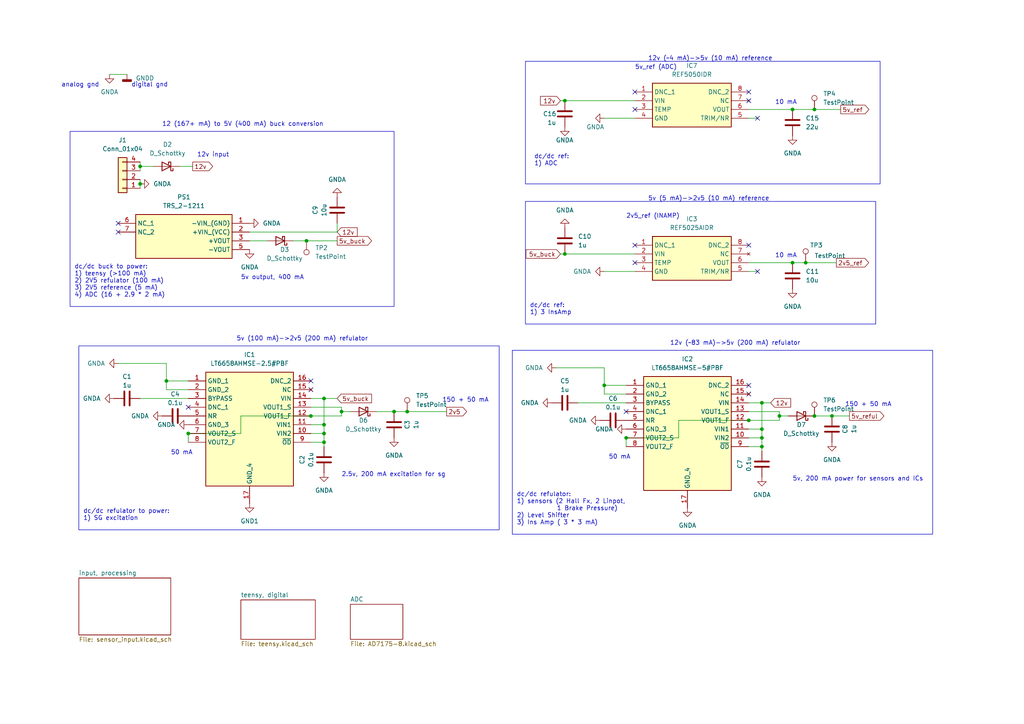
<source format=kicad_sch>
(kicad_sch (version 20230121) (generator eeschema)
  (paper "A4")
  (lib_symbols
    (symbol "21xt_symbols:LT6658AHMSE-2.5#PBF"
      (property "Reference" "IC" (at 31.75 7.62 0))
      (property "Value" "LT6658AHMSE-2.5#PBF" (at 31.75 5.08 0))
      (symbol "LT6658AHMSE-2.5#PBF_1_1"
        (rectangle (start 5.08 2.54) (end 30.48 -30.48) (stroke (width 0.254)) (fill (type background)))
        (pin passive line (at 0 0 0) (length 5.08) (name "GND_1") (number "1"))
        (pin passive line (at 35.56 -15.24 180) (length 5.08) (name "VIN2") (number "10"))
        (pin passive line (at 35.56 -12.7 180) (length 5.08) (name "VIN1") (number "11"))
        (pin passive line (at 35.56 -10.16 180) (length 5.08) (name "VOUT1_F") (number "12"))
        (pin passive line (at 35.56 -7.62 180) (length 5.08) (name "VOUT1_S") (number "13"))
        (pin passive line (at 35.56 -5.08 180) (length 5.08) (name "VIN") (number "14"))
        (pin no_connect line (at 35.56 -2.54 180) (length 5.08) (name "NC") (number "15"))
        (pin passive line (at 35.56 0 180) (length 5.08) (name "DNC_2") (number "16"))
        (pin passive line (at 17.78 -35.56 90) (length 5.08) (name "GND_4") (number "17"))
        (pin passive line (at 0 -2.54 0) (length 5.08) (name "GND_2") (number "2"))
        (pin passive line (at 0 -5.08 0) (length 5.08) (name "BYPASS") (number "3"))
        (pin passive line (at 0 -7.62 0) (length 5.08) (name "DNC_1") (number "4"))
        (pin passive line (at 0 -10.16 0) (length 5.08) (name "NR") (number "5"))
        (pin passive line (at 0 -12.7 0) (length 5.08) (name "GND_3") (number "6"))
        (pin passive line (at 0 -15.24 0) (length 5.08) (name "VOUT2_S") (number "7"))
        (pin passive line (at 0 -17.78 0) (length 5.08) (name "VOUT2_F") (number "8"))
        (pin passive line (at 35.56 -17.78 180) (length 5.08) (name "~{OD}") (number "9"))
      )
    )
    (symbol "21xt_symbols:LT6658AHMSE-5#PBF"
      (property "Reference" "IC" (at 31.75 7.62 0))
      (property "Value" "LT6658AHMSE-5#PBF" (at 31.75 5.08 0))
      (symbol "LT6658AHMSE-5#PBF_1_1"
        (rectangle (start 5.08 2.54) (end 30.48 -30.48) (stroke (width 0.254)) (fill (type background)))
        (pin passive line (at 0 0 0) (length 5.08) (name "GND_1") (number "1"))
        (pin passive line (at 35.56 -15.24 180) (length 5.08) (name "VIN2") (number "10"))
        (pin passive line (at 35.56 -12.7 180) (length 5.08) (name "VIN1") (number "11"))
        (pin passive line (at 35.56 -10.16 180) (length 5.08) (name "VOUT1_F") (number "12"))
        (pin passive line (at 35.56 -7.62 180) (length 5.08) (name "VOUT1_S") (number "13"))
        (pin passive line (at 35.56 -5.08 180) (length 5.08) (name "VIN") (number "14"))
        (pin no_connect line (at 35.56 -2.54 180) (length 5.08) (name "NC") (number "15"))
        (pin passive line (at 35.56 0 180) (length 5.08) (name "DNC_2") (number "16"))
        (pin passive line (at 17.78 -35.56 90) (length 5.08) (name "GND_4") (number "17"))
        (pin passive line (at 0 -2.54 0) (length 5.08) (name "GND_2") (number "2"))
        (pin passive line (at 0 -5.08 0) (length 5.08) (name "BYPASS") (number "3"))
        (pin passive line (at 0 -7.62 0) (length 5.08) (name "DNC_1") (number "4"))
        (pin passive line (at 0 -10.16 0) (length 5.08) (name "NR") (number "5"))
        (pin passive line (at 0 -12.7 0) (length 5.08) (name "GND_3") (number "6"))
        (pin passive line (at 0 -15.24 0) (length 5.08) (name "VOUT2_S") (number "7"))
        (pin passive line (at 0 -17.78 0) (length 5.08) (name "VOUT2_F") (number "8"))
        (pin passive line (at 35.56 -17.78 180) (length 5.08) (name "~{OD}") (number "9"))
      )
    )
    (symbol "21xt_symbols:REF5050IDR"
      (property "Reference" "IC" (at 29.21 7.62 0))
      (property "Value" "REF5050IDR" (at 29.21 5.08 0))
      (symbol "REF5050IDR_1_1"
        (rectangle (start 5.08 2.54) (end 27.94 -10.16) (stroke (width 0.254)) (fill (type background)))
        (pin passive line (at 0 0 0) (length 5.08) (name "DNC_1") (number "1"))
        (pin passive line (at 0 -2.54 0) (length 5.08) (name "VIN") (number "2"))
        (pin passive line (at 0 -5.08 0) (length 5.08) (name "TEMP") (number "3"))
        (pin passive line (at 0 -7.62 0) (length 5.08) (name "GND") (number "4"))
        (pin passive line (at 33.02 -7.62 180) (length 5.08) (name "TRIM/NR") (number "5"))
        (pin passive line (at 33.02 -5.08 180) (length 5.08) (name "VOUT") (number "6"))
        (pin no_connect line (at 33.02 -2.54 180) (length 5.08) (name "NC") (number "7"))
        (pin passive line (at 33.02 0 180) (length 5.08) (name "DNC_2") (number "8"))
      )
    )
    (symbol "21xt_symbols:TRS_2-1211"
      (property "Reference" "PS" (at 34.29 7.62 0))
      (property "Value" "TRS_2-1211" (at 34.29 5.08 0))
      (symbol "TRS_2-1211_1_1"
        (rectangle (start 5.08 2.54) (end 33.02 -10.16) (stroke (width 0.254)) (fill (type background)))
        (pin passive line (at 38.1 0 180) (length 5.08) (name "-VIN_(GND)") (number "1"))
        (pin passive line (at 38.1 -2.54 180) (length 5.08) (name "+VIN_(VCC)") (number "2"))
        (pin passive line (at 38.1 -5.08 180) (length 5.08) (name "+VOUT") (number "3"))
        (pin passive line (at 38.1 -7.62 180) (length 5.08) (name "-VOUT") (number "5"))
        (pin passive line (at 0 0 0) (length 5.08) (name "NC_1") (number "6"))
        (pin passive line (at 0 -2.54 0) (length 5.08) (name "NC_2") (number "7"))
      )
    )
    (symbol "Connector:TestPoint" (pin_numbers hide) (pin_names (offset 0.762) hide)
      (property "Reference" "TP" (at 0 6.858 0))
      (property "Value" "TestPoint" (at 0 5.08 0))
      (symbol "TestPoint_0_1"
        (circle (center 0 3.302) (radius 0.762))
      )
      (symbol "TestPoint_1_1"
        (pin passive line (at 0 0 90) (length 2.54) (name "1") (number "1"))
      )
    )
    (symbol "Connector_Generic:Conn_01x04" (pin_names (offset 1.016) hide)
      (property "Reference" "J" (at 0 5.08 0))
      (property "Value" "Conn_01x04" (at 0 -7.62 0))
      (symbol "Conn_01x04_1_1"
        (rectangle (start -1.27 -4.953) (end 0 -5.207) (stroke (width 0.1524)))
        (rectangle (start -1.27 -2.413) (end 0 -2.667) (stroke (width 0.1524)))
        (rectangle (start -1.27 0.127) (end 0 -0.127) (stroke (width 0.1524)))
        (rectangle (start -1.27 2.667) (end 0 2.413) (stroke (width 0.1524)))
        (rectangle (start -1.27 3.81) (end 1.27 -6.35) (stroke (width 0.254)) (fill (type background)))
        (pin passive line (at -5.08 2.54 0) (length 3.81) (name "Pin_1") (number "1"))
        (pin passive line (at -5.08 0 0) (length 3.81) (name "Pin_2") (number "2"))
        (pin passive line (at -5.08 -2.54 0) (length 3.81) (name "Pin_3") (number "3"))
        (pin passive line (at -5.08 -5.08 0) (length 3.81) (name "Pin_4") (number "4"))
      )
    )
    (symbol "Device:C" (pin_numbers hide) (pin_names (offset 0.254))
      (property "Reference" "C" (at 0.635 2.54 0))
      (property "Value" "C" (at 0.635 -2.54 0))
      (symbol "C_0_1"
        (polyline (pts (xy -2.032 -0.762) (xy 2.032 -0.762)) (stroke (width 0.508)))
        (polyline (pts (xy -2.032 0.762) (xy 2.032 0.762)) (stroke (width 0.508)))
      )
      (symbol "C_1_1"
        (pin passive line (at 0 3.81 270) (length 2.794) (name "~") (number "1"))
        (pin passive line (at 0 -3.81 90) (length 2.794) (name "~") (number "2"))
      )
    )
    (symbol "Device:D_Schottky" (pin_numbers hide) (pin_names (offset 1.016) hide)
      (property "Reference" "D" (at 0 2.54 0))
      (property "Value" "D_Schottky" (at 0 -2.54 0))
      (symbol "D_Schottky_0_1"
        (polyline (pts (xy 1.27 0) (xy -1.27 0)))
        (polyline (pts (xy 1.27 1.27) (xy 1.27 -1.27) (xy -1.27 0) (xy 1.27 1.27)) (stroke (width 0.254)))
        (polyline (pts (xy -1.905 0.635) (xy -1.905 1.27) (xy -1.27 1.27) (xy -1.27 -1.27) (xy -0.635 -1.27) (xy -0.635 -0.635)) (stroke (width 0.254)))
      )
      (symbol "D_Schottky_1_1"
        (pin passive line (at -3.81 0 0) (length 2.54) (name "K") (number "1"))
        (pin passive line (at 3.81 0 180) (length 2.54) (name "A") (number "2"))
      )
    )
    (symbol "power:GND1" (power) (pin_names (offset 0))
      (property "Value" "GND1" (at 0 -3.81 0))
      (symbol "GND1_0_1"
        (polyline (pts (xy 0 0) (xy 0 -1.27) (xy 1.27 -1.27) (xy 0 -2.54) (xy -1.27 -1.27) (xy 0 -1.27)))
      )
      (symbol "GND1_1_1"
        (pin power_in line (at 0 0 270) (length 0) hide (name "GND1") (number "1"))
      )
    )
    (symbol "power:GNDA" (power) (pin_names (offset 0))
      (property "Value" "GNDA" (at 0 -3.81 0))
      (symbol "GNDA_0_1"
        (polyline (pts (xy 0 0) (xy 0 -1.27) (xy 1.27 -1.27) (xy 0 -2.54) (xy -1.27 -1.27) (xy 0 -1.27)))
      )
      (symbol "GNDA_1_1"
        (pin power_in line (at 0 0 270) (length 0) hide (name "GNDA") (number "1"))
      )
    )
    (symbol "power:GNDD" (power) (pin_names (offset 0))
      (property "Value" "GNDD" (at 0 -3.175 0))
      (symbol "GNDD_0_1"
        (rectangle (start -1.27 -1.524) (end 1.27 -2.032) (stroke (width 0.254)) (fill (type outline)))
        (polyline (pts (xy 0 0) (xy 0 -1.524)))
      )
      (symbol "GNDD_1_1"
        (pin power_in line (at 0 0 270) (length 0) hide (name "GNDD") (number "1"))
      )
    )
  )
  (junction (at 226.06 120.65))
  (junction (at 54.61 125.73))
  (junction (at 236.22 31.75))
  (junction (at 48.26 110.49))
  (junction (at 241.3 120.65))
  (junction (at 229.87 31.75))
  (junction (at 90.17 120.65))
  (junction (at 220.98 124.46))
  (junction (at 233.68 76.2))
  (junction (at 93.98 125.73))
  (junction (at 93.98 115.57))
  (junction (at 88.9 69.85))
  (junction (at 220.98 129.54))
  (junction (at 40.64 53.34))
  (junction (at 220.98 127))
  (junction (at 220.98 116.84))
  (junction (at 163.83 73.66))
  (junction (at 114.3 119.38))
  (junction (at 163.83 29.21))
  (junction (at 93.98 128.27))
  (junction (at 175.26 111.76))
  (junction (at 217.17 121.92))
  (junction (at 236.22 120.65))
  (junction (at 99.06 119.38))
  (junction (at 93.98 123.19))
  (junction (at 118.11 119.38))
  (junction (at 181.61 127))
  (junction (at 229.87 76.2))
  (junction (at 40.64 48.26))
  (no_connect (at 34.29 67.31))
  (no_connect (at 184.15 71.12))
  (no_connect (at 184.15 31.75))
  (no_connect (at 181.61 119.38))
  (no_connect (at 184.15 76.2))
  (no_connect (at 184.15 26.67))
  (no_connect (at 219.71 78.74))
  (no_connect (at 217.17 29.21))
  (no_connect (at 34.29 64.77))
  (no_connect (at 217.17 71.12))
  (no_connect (at 90.17 110.49))
  (no_connect (at 219.71 34.29))
  (no_connect (at 217.17 26.67))
  (no_connect (at 217.17 114.3))
  (no_connect (at 54.61 118.11))
  (no_connect (at 90.17 113.03))
  (no_connect (at 217.17 111.76))
  (wire (pts (xy 48.26 113.03) (xy 48.26 110.49)))
  (wire (pts (xy 175.26 111.76) (xy 181.61 111.76)))
  (wire (pts (xy 90.17 125.73) (xy 93.98 125.73)))
  (wire (pts (xy 93.98 115.57) (xy 93.98 123.19)))
  (wire (pts (xy 162.56 29.21) (xy 163.83 29.21)))
  (wire (pts (xy 219.71 78.74) (xy 217.17 78.74)))
  (wire (pts (xy 226.06 120.65) (xy 228.6 120.65)))
  (wire (pts (xy 181.61 127) (xy 196.85 127)))
  (wire (pts (xy 163.83 73.66) (xy 184.15 73.66)))
  (wire (pts (xy 229.87 76.2) (xy 233.68 76.2)))
  (wire (pts (xy 54.61 125.73) (xy 54.61 128.27)))
  (wire (pts (xy 90.17 120.65) (xy 99.06 120.65)))
  (wire (pts (xy 72.39 69.85) (xy 77.47 69.85)))
  (wire (pts (xy 226.06 120.65) (xy 226.06 121.92)))
  (wire (pts (xy 175.26 106.68) (xy 175.26 111.76)))
  (wire (pts (xy 52.07 48.26) (xy 55.88 48.26)))
  (wire (pts (xy 233.68 76.2) (xy 242.57 76.2)))
  (wire (pts (xy 220.98 124.46) (xy 217.17 124.46)))
  (wire (pts (xy 99.06 119.38) (xy 99.06 120.65)))
  (wire (pts (xy 93.98 115.57) (xy 97.79 115.57)))
  (wire (pts (xy 196.85 127) (xy 196.85 121.92)))
  (wire (pts (xy 54.61 113.03) (xy 48.26 113.03)))
  (wire (pts (xy 236.22 120.65) (xy 241.3 120.65)))
  (wire (pts (xy 99.06 118.11) (xy 99.06 119.38)))
  (wire (pts (xy 40.64 115.57) (xy 54.61 115.57)))
  (wire (pts (xy 163.83 29.21) (xy 184.15 29.21)))
  (wire (pts (xy 220.98 130.81) (xy 220.98 129.54)))
  (wire (pts (xy 226.06 119.38) (xy 226.06 120.65)))
  (wire (pts (xy 40.64 52.07) (xy 40.64 53.34)))
  (wire (pts (xy 217.17 129.54) (xy 220.98 129.54)))
  (wire (pts (xy 90.17 118.11) (xy 99.06 118.11)))
  (wire (pts (xy 217.17 31.75) (xy 229.87 31.75)))
  (wire (pts (xy 236.22 31.75) (xy 243.84 31.75)))
  (wire (pts (xy 85.09 69.85) (xy 88.9 69.85)))
  (wire (pts (xy 175.26 114.3) (xy 175.26 111.76)))
  (wire (pts (xy 229.87 31.75) (xy 236.22 31.75)))
  (wire (pts (xy 167.64 116.84) (xy 181.61 116.84)))
  (wire (pts (xy 223.52 116.84) (xy 220.98 116.84)))
  (wire (pts (xy 217.17 121.92) (xy 226.06 121.92)))
  (wire (pts (xy 40.64 48.26) (xy 44.45 48.26)))
  (wire (pts (xy 118.11 119.38) (xy 129.54 119.38)))
  (wire (pts (xy 220.98 127) (xy 220.98 124.46)))
  (wire (pts (xy 72.39 67.31) (xy 97.79 67.31)))
  (wire (pts (xy 217.17 116.84) (xy 220.98 116.84)))
  (wire (pts (xy 90.17 115.57) (xy 93.98 115.57)))
  (wire (pts (xy 34.29 105.41) (xy 48.26 105.41)))
  (wire (pts (xy 109.22 119.38) (xy 114.3 119.38)))
  (wire (pts (xy 217.17 127) (xy 220.98 127)))
  (wire (pts (xy 175.26 78.74) (xy 184.15 78.74)))
  (wire (pts (xy 54.61 125.73) (xy 69.85 125.73)))
  (wire (pts (xy 48.26 110.49) (xy 54.61 110.49)))
  (wire (pts (xy 48.26 105.41) (xy 48.26 110.49)))
  (wire (pts (xy 40.64 46.99) (xy 40.64 48.26)))
  (wire (pts (xy 93.98 128.27) (xy 93.98 125.73)))
  (wire (pts (xy 88.9 69.85) (xy 97.79 69.85)))
  (wire (pts (xy 220.98 129.54) (xy 220.98 127)))
  (wire (pts (xy 97.79 64.77) (xy 97.79 67.31)))
  (wire (pts (xy 220.98 116.84) (xy 220.98 124.46)))
  (wire (pts (xy 196.85 121.92) (xy 217.17 121.92)))
  (wire (pts (xy 93.98 125.73) (xy 93.98 123.19)))
  (wire (pts (xy 114.3 119.38) (xy 118.11 119.38)))
  (wire (pts (xy 93.98 129.54) (xy 93.98 128.27)))
  (wire (pts (xy 161.29 106.68) (xy 175.26 106.68)))
  (wire (pts (xy 40.64 53.34) (xy 40.64 54.61)))
  (wire (pts (xy 241.3 120.65) (xy 246.38 120.65)))
  (wire (pts (xy 219.71 34.29) (xy 217.17 34.29)))
  (wire (pts (xy 99.06 119.38) (xy 101.6 119.38)))
  (wire (pts (xy 40.64 48.26) (xy 40.64 49.53)))
  (wire (pts (xy 181.61 127) (xy 181.61 129.54)))
  (wire (pts (xy 217.17 76.2) (xy 229.87 76.2)))
  (wire (pts (xy 93.98 123.19) (xy 90.17 123.19)))
  (wire (pts (xy 31.75 21.59) (xy 36.83 21.59)))
  (wire (pts (xy 217.17 119.38) (xy 226.06 119.38)))
  (wire (pts (xy 90.17 128.27) (xy 93.98 128.27)))
  (wire (pts (xy 69.85 120.65) (xy 90.17 120.65)))
  (wire (pts (xy 162.56 73.66) (xy 163.83 73.66)))
  (wire (pts (xy 69.85 125.73) (xy 69.85 120.65)))
  (wire (pts (xy 181.61 114.3) (xy 175.26 114.3)))
  (wire (pts (xy 175.26 34.29) (xy 184.15 34.29)))
  (rectangle (start 152.4 58.42) (end 254 93.98))
  (rectangle (start 148.59 101.6) (end 270.51 154.94))
  (rectangle (start 152.4 17.78) (end 255.27 53.34))
  (rectangle (start 20.32 38.1) (end 114.3 88.9))
  (rectangle (start 22.86 100.33) (end 144.78 153.67))
  (text "2.5v, 200 mA excitation for sg" (at 99.06 138.43 0) (effects (font (size 1.27 1.27)) (justify left bottom)))
  (text "150 + 50 mA" (at 128.27 116.84 0) (effects (font (size 1.27 1.27)) (justify left bottom)))
  (text "50 mA" (at 49.53 132.08 0) (effects (font (size 1.27 1.27)) (justify left bottom)))
  (text "dc/dc ref:\n1) 3 InsAmp\n" (at 153.67 91.44 0) (effects (font (size 1.27 1.27)) (justify left bottom)))
  (text "5v (5 mA)->2v5 (10 mA) reference" (at 187.96 58.42 0) (effects (font (size 1.27 1.27)) (justify left bottom)))
  (text "50 mA" (at 176.53 133.35 0) (effects (font (size 1.27 1.27)) (justify left bottom)))
  (text "10 mA" (at 224.79 74.93 0) (effects (font (size 1.27 1.27)) (justify left bottom)))
  (text "analog gnd" (at 17.78 25.4 0) (effects (font (size 1.27 1.27)) (justify left bottom)))
  (text "12 (167+ mA) to 5V (400 mA) buck conversion" (at 46.99 36.83 0) (effects (font (size 1.27 1.27)) (justify left bottom)))
  (text "5v_ref (ADC)" (at 184.15 20.32 0) (effects (font (size 1.27 1.27)) (justify left bottom)))
  (text "12v input" (at 57.15 45.72 0) (effects (font (size 1.27 1.27)) (justify left bottom)))
  (text "5v, 200 mA power for sensors and ICs" (at 229.87 139.7 0) (effects (font (size 1.27 1.27)) (justify left bottom)))
  (text "5v (100 mA)->2v5 (200 mA) refulator" (at 68.58 99.06 0) (effects (font (size 1.27 1.27)) (justify left bottom)))
  (text "dc/dc refulator:\n1) sensors (2 Hall Fx, 2 Linpot, \n            1 Brake Pressure)\n2) Level Shifter\n3) Ins Amp ( 3 * 3 mA)" (at 149.86 152.4 0) (effects (font (size 1.27 1.27)) (justify left bottom)))
  (text "2v5_ref (INAMP)" (at 181.61 63.5 0) (effects (font (size 1.27 1.27)) (justify left bottom)))
  (text "12v (~83 mA)->5v (200 mA) refulator" (at 194.31 100.33 0) (effects (font (size 1.27 1.27)) (justify left bottom)))
  (text "digital gnd" (at 38.1 25.4 0) (effects (font (size 1.27 1.27)) (justify left bottom)))
  (text "dc/dc ref:\n1) ADC" (at 154.94 48.26 0) (effects (font (size 1.27 1.27)) (justify left bottom)))
  (text "dc/dc buck to power:\n1) teensy (>100 mA)\n2) 2V5 refulator (100 mA)\n3) 2V5 reference (5 mA)\n4) ADC (16 + 2.9 * 2 mA)" (at 21.59 86.36 0) (effects (font (size 1.27 1.27)) (justify left bottom)))
  (text "10 mA" (at 224.79 30.48 0) (effects (font (size 1.27 1.27)) (justify left bottom)))
  (text "5v output, 400 mA" (at 69.85 81.28 0) (effects (font (size 1.27 1.27)) (justify left bottom)))
  (text "150 + 50 mA" (at 245.11 118.11 0) (effects (font (size 1.27 1.27)) (justify left bottom)))
  (text "12v (~4 mA)->5v (10 mA) reference" (at 187.96 17.78 0) (effects (font (size 1.27 1.27)) (justify left bottom)))
  (text "dc/dc refulator to power:\n1) SG excitation" (at 24.13 151.13 0) (effects (font (size 1.27 1.27)) (justify left bottom)))
  (global_label "2v5" (shape output) (at 129.54 119.38 0) (property "Intersheetrefs" "${INTERSHEET_REFS}" (effects hide)))
  (global_label "12v" (shape input) (at 162.56 29.21 180) (property "Intersheetrefs" "${INTERSHEET_REFS}" (effects hide)))
  (global_label "2v5_ref" (shape output) (at 242.57 76.2 0) (property "Intersheetrefs" "${INTERSHEET_REFS}" (effects hide)))
  (global_label "5v_buck" (shape input) (at 162.56 73.66 180) (property "Intersheetrefs" "${INTERSHEET_REFS}" (effects hide)))
  (global_label "12v" (shape output) (at 55.88 48.26 0) (property "Intersheetrefs" "${INTERSHEET_REFS}" (effects hide)))
  (global_label "12v" (shape input) (at 97.79 67.31 0) (property "Intersheetrefs" "${INTERSHEET_REFS}" (effects hide)))
  (global_label "5v_buck" (shape output) (at 97.79 69.85 0) (property "Intersheetrefs" "${INTERSHEET_REFS}" (effects hide)))
  (global_label "12v" (shape input) (at 223.52 116.84 0) (property "Intersheetrefs" "${INTERSHEET_REFS}" (effects hide)))
  (global_label "5v_ref" (shape output) (at 243.84 31.75 0) (property "Intersheetrefs" "${INTERSHEET_REFS}" (effects hide)))
  (global_label "5v_reful" (shape output) (at 246.38 120.65 0) (property "Intersheetrefs" "${INTERSHEET_REFS}" (effects hide)))
  (global_label "5v_buck" (shape input) (at 97.79 115.57 0) (property "Intersheetrefs" "${INTERSHEET_REFS}" (effects hide)))
  (symbol (lib_id "power:GNDA") (at 97.79 57.15 180) (unit 1)
    (property "Reference" "#PWR017" (effects hide))
    (property "Value" "GNDA" (at 97.79 52.07 0))
  )
  (symbol (lib_id "Device:C") (at 229.87 35.56 0) (unit 1)
    (property "Reference" "C15" (at 233.68 34.29 0) (effects (justify left)))
    (property "Value" "22u" (at 233.68 36.83 0) (effects (justify left)))
    (property "Footprint" "Capacitor_SMD:C_0603_1608Metric" (effects hide))
  )
  (symbol (lib_id "21xt_symbols:REF5050IDR") (at 184.15 71.12 0) (unit 1)
    (property "Reference" "IC3" (at 200.66 63.5 0))
    (property "Value" "REF5025AIDR" (at 200.66 66.04 0))
    (property "Footprint" "21xt_footprints:SOIC127P599X175-8N" (effects hide))
    (property "Datasheet" "http://www.ti.com/lit/gpn/ref5050" (effects hide))
    (property "Height" "1.75" (effects hide))
    (property "Mouser Part Number" "595-REF5050IDR" (effects hide))
    (property "Mouser Price/Stock" "https://www.mouser.co.uk/ProductDetail/Texas-Instruments/REF5050IDR?qs=xL7PkI2RoJ6ioxG%2FxfIGUw%3D%3D" (effects hide))
    (property "Manufacturer_Name" "Texas Instruments" (effects hide))
    (property "Manufacturer_Part_Number" "REF5050IDR" (effects hide))
  )
  (symbol (lib_id "Device:D_Schottky") (at 81.28 69.85 180) (unit 1)
    (property "Reference" "D3" (at 82.55 72.39 0))
    (property "Value" "D_Schottky" (at 82.55 74.93 0))
    (property "Footprint" "Diode_SMD:D_0603_1608Metric" (effects hide))
  )
  (symbol (lib_id "Device:C") (at 220.98 134.62 180) (unit 1)
    (property "Reference" "C7" (at 214.63 134.62 90))
    (property "Value" "0.1u" (at 217.17 134.62 90))
    (property "Footprint" "Capacitor_SMD:C_0603_1608Metric" (effects hide))
  )
  (symbol (lib_id "Device:C") (at 163.83 69.85 180) (unit 1)
    (property "Reference" "C10" (at 167.64 68.58 0) (effects (justify right)))
    (property "Value" "1u" (at 167.64 71.12 0) (effects (justify right)))
    (property "Footprint" "Capacitor_SMD:C_0603_1608Metric" (effects hide))
  )
  (symbol (lib_id "power:GNDA") (at 114.3 127 0) (unit 1)
    (property "Reference" "#PWR018" (effects hide))
    (property "Value" "GNDA" (at 114.3 132.08 0))
  )
  (symbol (lib_id "power:GNDA") (at 229.87 39.37 0) (unit 1)
    (property "Reference" "#PWR024" (effects hide))
    (property "Value" "GNDA" (at 229.87 44.45 0))
  )
  (symbol (lib_id "power:GNDA") (at 163.83 36.83 0) (unit 1)
    (property "Reference" "#PWR026" (effects hide))
    (property "Value" "GNDA" (at 166.37 40.64 0) (effects (justify right)))
  )
  (symbol (lib_id "21xt_symbols:REF5050IDR") (at 184.15 26.67 0) (unit 1)
    (property "Reference" "IC7" (at 200.66 19.05 0))
    (property "Value" "REF5050IDR" (at 200.66 21.59 0))
    (property "Footprint" "21xt_footprints:SOIC127P599X175-8N" (effects hide))
    (property "Datasheet" "http://www.ti.com/lit/gpn/ref5050" (effects hide))
    (property "Height" "1.75" (effects hide))
    (property "Mouser Part Number" "595-REF5050IDR" (effects hide))
    (property "Mouser Price/Stock" "https://www.mouser.co.uk/ProductDetail/Texas-Instruments/REF5050IDR?qs=xL7PkI2RoJ6ioxG%2FxfIGUw%3D%3D" (effects hide))
    (property "Manufacturer_Name" "Texas Instruments" (effects hide))
    (property "Manufacturer_Part_Number" "REF5050IDR" (effects hide))
  )
  (symbol (lib_id "power:GNDA") (at 220.98 138.43 0) (unit 1)
    (property "Reference" "#PWR061" (effects hide))
    (property "Value" "GNDA" (at 220.98 143.51 0))
  )
  (symbol (lib_id "Device:D_Schottky") (at 48.26 48.26 180) (unit 1)
    (property "Reference" "D2" (at 48.5775 41.91 0))
    (property "Value" "D_Schottky" (at 48.5775 44.45 0))
    (property "Footprint" "Diode_SMD:D_1206_3216Metric" (effects hide))
  )
  (symbol (lib_id "Device:C") (at 229.87 80.01 0) (unit 1)
    (property "Reference" "C11" (at 233.68 78.74 0) (effects (justify left)))
    (property "Value" "10u" (at 233.68 81.28 0) (effects (justify left)))
    (property "Footprint" "Capacitor_SMD:C_0603_1608Metric" (effects hide))
  )
  (symbol (lib_id "Device:C") (at 241.3 124.46 180) (unit 1)
    (property "Reference" "C8" (at 245.11 124.46 90))
    (property "Value" "1u" (at 247.65 124.46 90))
    (property "Footprint" "Capacitor_SMD:C_0603_1608Metric" (effects hide))
  )
  (symbol (lib_id "Device:D_Schottky") (at 232.41 120.65 180) (unit 1)
    (property "Reference" "D7" (at 232.41 123.19 0))
    (property "Value" "D_Schottky" (at 232.41 125.73 0))
    (property "Footprint" "Diode_SMD:D_0603_1608Metric" (effects hide))
  )
  (symbol (lib_id "Device:C") (at 177.8 121.92 90) (unit 1)
    (property "Reference" "C6" (at 177.8 115.57 90))
    (property "Value" "0.1u" (at 177.8 118.11 90))
    (property "Footprint" "Capacitor_SMD:C_0603_1608Metric" (effects hide))
  )
  (symbol (lib_id "power:GNDA") (at 175.26 78.74 270) (unit 1)
    (property "Reference" "#PWR020" (effects hide))
    (property "Value" "GNDA" (at 171.45 78.74 90) (effects (justify right)))
  )
  (symbol (lib_id "Connector:TestPoint") (at 88.9 69.85 180) (unit 1)
    (property "Reference" "TP2" (at 91.44 71.882 0) (effects (justify right)))
    (property "Value" "TestPoint" (at 91.44 74.422 0) (effects (justify right)))
    (property "Footprint" "TestPoint:TestPoint_Pad_2.0x2.0mm" (effects hide))
  )
  (symbol (lib_id "power:GND1") (at 72.39 146.05 0) (unit 1)
    (property "Reference" "#PWR08" (effects hide))
    (property "Value" "GND1" (at 72.39 151.13 0))
  )
  (symbol (lib_id "Device:C") (at 36.83 115.57 90) (unit 1)
    (property "Reference" "C1" (at 36.83 109.22 90))
    (property "Value" "1u" (at 36.83 111.76 90))
    (property "Footprint" "Capacitor_SMD:C_0603_1608Metric" (effects hide))
  )
  (symbol (lib_id "Device:D_Schottky") (at 105.41 119.38 180) (unit 1)
    (property "Reference" "D6" (at 105.41 121.92 0))
    (property "Value" "D_Schottky" (at 105.41 124.46 0))
    (property "Footprint" "Diode_SMD:D_0603_1608Metric" (effects hide))
  )
  (symbol (lib_id "Connector_Generic:Conn_01x04") (at 35.56 52.07 180) (unit 1)
    (property "Reference" "J1" (at 35.56 40.64 0))
    (property "Value" "Conn_01x04" (at 35.56 43.18 0))
    (property "Footprint" "Connector_JST:JST_EH_B4B-EH-A_1x04_P2.50mm_Vertical" (effects hide))
  )
  (symbol (lib_id "power:GNDA") (at 93.98 137.16 0) (unit 1)
    (property "Reference" "#PWR09" (effects hide))
    (property "Value" "GNDA" (at 93.98 142.24 0))
  )
  (symbol (lib_id "Device:C") (at 93.98 133.35 180) (unit 1)
    (property "Reference" "C2" (at 87.63 133.35 90))
    (property "Value" "0.1u" (at 90.17 133.35 90))
    (property "Footprint" "Capacitor_SMD:C_0603_1608Metric" (effects hide))
  )
  (symbol (lib_id "21xt_symbols:TRS_2-1211") (at 34.29 64.77 0) (unit 1)
    (property "Reference" "PS1" (at 53.34 57.15 0))
    (property "Value" "TRS_2-1211" (at 53.34 59.69 0))
    (property "Footprint" "21xt_footprints:CONV_TRS_2-2419" (effects hide))
    (property "Datasheet" "https://tracopower.com/trs2-datasheet/" (effects hide))
    (property "Height" "8" (effects hide))
    (property "Mouser Part Number" "495-TRS2-1211" (effects hide))
    (property "Mouser Price/Stock" "https://www.mouser.co.uk/ProductDetail/TRACO-Power/TRS-2-1211?qs=wUXugUrL1qziI%252BEzex2I6g%3D%3D" (effects hide))
    (property "Manufacturer_Name" "Traco Power" (effects hide))
    (property "Manufacturer_Part_Number" "TRS 2-1211" (effects hide))
  )
  (symbol (lib_id "power:GNDA") (at 72.39 64.77 90) (unit 1)
    (property "Reference" "#PWR01" (effects hide))
    (property "Value" "GNDA" (at 76.2 64.77 90) (effects (justify right)))
  )
  (symbol (lib_id "power:GNDA") (at 72.39 72.39 0) (unit 1)
    (property "Reference" "#PWR02" (effects hide))
    (property "Value" "GNDA" (at 72.39 77.47 0))
  )
  (symbol (lib_id "Device:C") (at 97.79 60.96 180) (unit 1)
    (property "Reference" "C9" (at 91.44 60.96 90))
    (property "Value" "10u" (at 93.98 60.96 90))
    (property "Footprint" "Capacitor_SMD:C_1206_3216Metric" (effects hide))
  )
  (symbol (lib_id "power:GNDA") (at 181.61 124.46 270) (unit 1)
    (property "Reference" "#PWR055" (effects hide))
    (property "Value" "GNDA" (at 177.8 124.46 90) (effects (justify right)))
  )
  (symbol (lib_id "power:GNDA") (at 54.61 123.19 270) (unit 1)
    (property "Reference" "#PWR06" (effects hide))
    (property "Value" "GNDA" (at 50.8 123.19 90) (effects (justify right)))
  )
  (symbol (lib_id "power:GNDA") (at 160.02 116.84 270) (unit 1)
    (property "Reference" "#PWR049" (effects hide))
    (property "Value" "GNDA" (at 156.21 116.84 90) (effects (justify right)))
  )
  (symbol (lib_id "Device:C") (at 163.83 116.84 90) (unit 1)
    (property "Reference" "C5" (at 163.83 110.49 90))
    (property "Value" "1u" (at 163.83 113.03 90))
    (property "Footprint" "Capacitor_SMD:C_0603_1608Metric" (effects hide))
  )
  (symbol (lib_id "power:GNDA") (at 175.26 34.29 270) (unit 1)
    (property "Reference" "#PWR027" (effects hide))
    (property "Value" "GNDA" (at 175.26 36.83 90) (effects (justify right)))
  )
  (symbol (lib_id "power:GNDA") (at 46.99 120.65 270) (unit 1)
    (property "Reference" "#PWR05" (effects hide))
    (property "Value" "GNDA" (at 43.18 120.65 90) (effects (justify right)))
  )
  (symbol (lib_id "Device:C") (at 163.83 33.02 0) (unit 1)
    (property "Reference" "C16" (at 157.48 33.02 0) (effects (justify left)))
    (property "Value" "1u" (at 158.75 35.56 0) (effects (justify left)))
    (property "Footprint" "Capacitor_SMD:C_0603_1608Metric" (effects hide))
  )
  (symbol (lib_id "power:GNDA") (at 34.29 105.41 270) (unit 1)
    (property "Reference" "#PWR04" (effects hide))
    (property "Value" "GNDA" (at 30.48 105.41 90) (effects (justify right)))
  )
  (symbol (lib_id "power:GNDA") (at 199.39 147.32 0) (unit 1)
    (property "Reference" "#PWR058" (effects hide))
    (property "Value" "GNDA" (at 199.39 152.4 0))
  )
  (symbol (lib_id "power:GNDD") (at 36.83 21.59 0) (unit 1)
    (property "Reference" "#PWR045" (effects hide))
    (property "Value" "GNDD" (at 39.37 22.6695 0) (effects (justify left)))
  )
  (symbol (lib_id "power:GNDA") (at 241.3 128.27 0) (unit 1)
    (property "Reference" "#PWR062" (effects hide))
    (property "Value" "GNDA" (at 241.3 133.35 0))
  )
  (symbol (lib_id "Connector:TestPoint") (at 236.22 120.65 0) (unit 1)
    (property "Reference" "TP6" (at 238.76 116.078 0) (effects (justify left)))
    (property "Value" "TestPoint" (at 238.76 118.618 0) (effects (justify left)))
    (property "Footprint" "TestPoint:TestPoint_Pad_2.0x2.0mm" (effects hide))
  )
  (symbol (lib_id "power:GNDA") (at 161.29 106.68 270) (unit 1)
    (property "Reference" "#PWR048" (effects hide))
    (property "Value" "GNDA" (at 157.48 106.68 90) (effects (justify right)))
  )
  (symbol (lib_id "Device:C") (at 114.3 123.19 180) (unit 1)
    (property "Reference" "C3" (at 118.11 123.19 90))
    (property "Value" "1u" (at 120.65 123.19 90))
    (property "Footprint" "Capacitor_SMD:C_0603_1608Metric" (effects hide))
  )
  (symbol (lib_id "power:GNDA") (at 163.83 66.04 180) (unit 1)
    (property "Reference" "#PWR016" (effects hide))
    (property "Value" "GNDA" (at 163.83 60.96 0))
  )
  (symbol (lib_id "Device:C") (at 50.8 120.65 90) (unit 1)
    (property "Reference" "C4" (at 50.8 114.3 90))
    (property "Value" "0.1u" (at 50.8 116.84 90))
    (property "Footprint" "Capacitor_SMD:C_0603_1608Metric" (effects hide))
  )
  (symbol (lib_id "Connector:TestPoint") (at 236.22 31.75 0) (unit 1)
    (property "Reference" "TP4" (at 238.76 27.178 0) (effects (justify left)))
    (property "Value" "TestPoint" (at 238.76 29.718 0) (effects (justify left)))
    (property "Footprint" "TestPoint:TestPoint_Pad_2.0x2.0mm" (effects hide))
  )
  (symbol (lib_id "Connector:TestPoint") (at 233.68 76.2 0) (unit 1)
    (property "Reference" "TP3" (at 234.95 71.12 0) (effects (justify left)))
    (property "Value" "TestPoint" (at 236.22 74.168 0) (effects (justify left)))
    (property "Footprint" "TestPoint:TestPoint_Pad_2.0x2.0mm" (effects hide))
  )
  (symbol (lib_id "power:GNDA") (at 40.64 53.34 90) (unit 1)
    (property "Reference" "#PWR07" (effects hide))
    (property "Value" "GNDA" (at 44.45 53.34 90) (effects (justify right)))
  )
  (symbol (lib_id "power:GNDA") (at 173.99 121.92 270) (unit 1)
    (property "Reference" "#PWR051" (effects hide))
    (property "Value" "GNDA" (at 170.18 121.92 90) (effects (justify right)))
  )
  (symbol (lib_id "21xt_symbols:LT6658AHMSE-5#PBF") (at 181.61 111.76 0) (unit 1)
    (property "Reference" "IC2" (at 199.39 104.14 0))
    (property "Value" "LT6658AHMSE-5#PBF" (at 199.39 106.68 0))
    (property "Footprint" "21xt_footprints:SOP50P490X110-17N" (effects hide))
    (property "Datasheet" "https://www.analog.com/media/en/technical-documentation/data-sheets/lt6658.pdf" (effects hide))
    (property "Height" "1.1" (effects hide))
    (property "Mouser Part Number" "584-LT6658AHMSE5PBF" (effects hide))
    (property "Mouser Price/Stock" "https://www.mouser.co.uk/ProductDetail/Analog-Devices/LT6658AHMSE-5PBF?qs=W0yvOO0ixfFdSUQ4xUcBUw%3D%3D" (effects hide))
    (property "Manufacturer_Name" "Analog Devices" (effects hide))
    (property "Manufacturer_Part_Number" "LT6658AHMSE-5#PBF" (effects hide))
  )
  (symbol (lib_id "power:GNDA") (at 33.02 115.57 270) (unit 1)
    (property "Reference" "#PWR03" (effects hide))
    (property "Value" "GNDA" (at 29.21 115.57 90) (effects (justify right)))
  )
  (symbol (lib_id "power:GNDA") (at 31.75 21.59 0) (unit 1)
    (property "Reference" "#PWR044" (effects hide))
    (property "Value" "GNDA" (at 31.75 26.67 0))
  )
  (symbol (lib_id "power:GNDA") (at 229.87 83.82 0) (unit 1)
    (property "Reference" "#PWR021" (effects hide))
    (property "Value" "GNDA" (at 229.87 88.9 0))
  )
  (symbol (lib_id "21xt_symbols:LT6658AHMSE-2.5#PBF") (at 54.61 110.49 0) (unit 1)
    (property "Reference" "IC1" (at 72.39 102.87 0))
    (property "Value" "LT6658AHMSE-2.5#PBF" (at 72.39 105.41 0))
    (property "Footprint" "21xt_footprints:SOP50P490X110-17N" (effects hide))
    (property "Datasheet" "https://www.analog.com/media/en/technical-documentation/data-sheets/lt6658.pdf" (effects hide))
    (property "Height" "1.1" (effects hide))
    (property "Mouser Part Number" "584-LT6658AHMSE5PBF" (effects hide))
    (property "Mouser Price/Stock" "https://www.mouser.co.uk/ProductDetail/Analog-Devices/LT6658AHMSE-5PBF?qs=W0yvOO0ixfFdSUQ4xUcBUw%3D%3D" (effects hide))
    (property "Manufacturer_Name" "Analog Devices" (effects hide))
    (property "Manufacturer_Part_Number" "LT6658AHMSE-2.5#PBF" (effects hide))
  )
  (symbol (lib_id "Connector:TestPoint") (at 118.11 119.38 0) (unit 1)
    (property "Reference" "TP5" (at 120.65 114.808 0) (effects (justify left)))
    (property "Value" "TestPoint" (at 120.65 117.348 0) (effects (justify left)))
    (property "Footprint" "TestPoint:TestPoint_Pad_2.0x2.0mm" (effects hide))
  )
  (sheet (at 69.85 173.99) (size 21.59 11.43) (stroke (width 0.1524))
    (property "Sheetname" "teensy, digital" (at 69.85 173.2784 0) (effects (justify left bottom)))
    (property "Sheetfile" "teensy.kicad_sch" (at 69.85 186.0046 0) (effects (justify left top)))
  )
  (sheet (at 22.86 167.64) (size 26.67 16.51) (stroke (width 0.1524))
    (property "Sheetname" "input, processing" (at 22.86 166.9284 0) (effects (justify left bottom)))
    (property "Sheetfile" "sensor_input.kicad_sch" (at 22.86 184.7346 0) (effects (justify left top)))
  )
  (sheet (at 101.6 175.26) (size 15.24 10.16) (stroke (width 0.1524))
    (property "Sheetname" "ADC" (at 101.6 174.5484 0) (effects (justify left bottom)))
    (property "Sheetfile" "AD7175-8.kicad_sch" (at 101.6 186.0046 0) (effects (justify left top)))
  )
)
</source>
